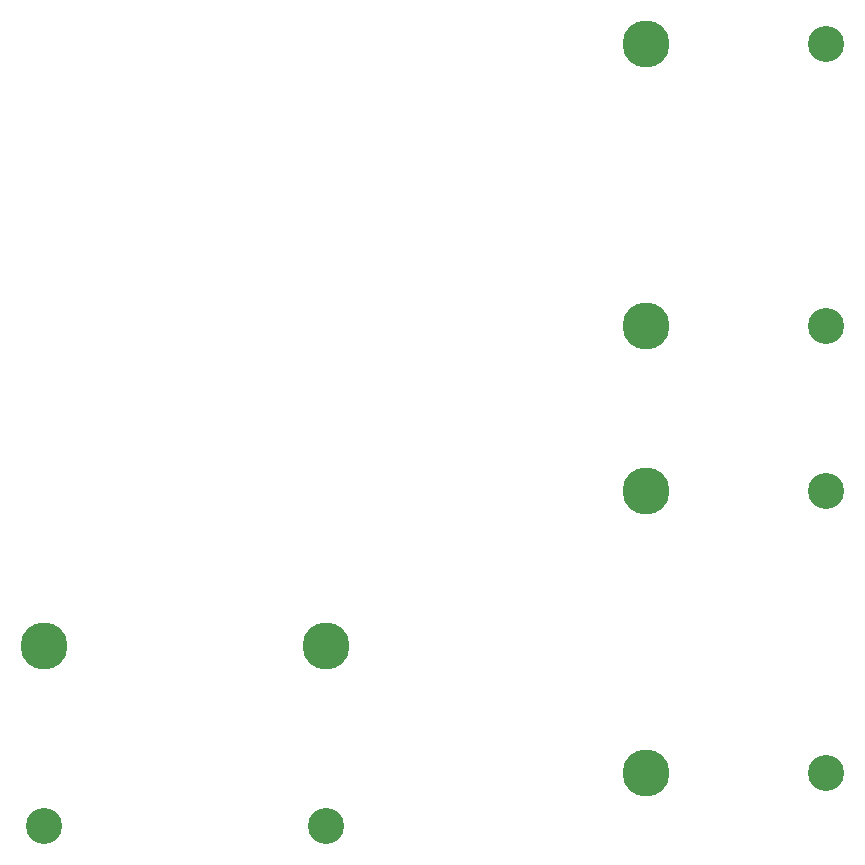
<source format=gbr>
%TF.GenerationSoftware,Altium Limited,Altium Designer,22.7.1 (60)*%
G04 Layer_Color=0*
%FSLAX45Y45*%
%MOMM*%
%TF.SameCoordinates,5A05AA2C-F857-43D8-A6CE-F15CAA79189D*%
%TF.FilePolarity,Positive*%
%TF.FileFunction,NonPlated,1,2,NPTH,Drill*%
%TF.Part,Single*%
G01*
G75*
%TA.AperFunction,ComponentDrill*%
%ADD53C,3.98780*%
%ADD54C,3.04800*%
D53*
X7801530Y6926280D02*
D03*
Y4538680D02*
D03*
Y3141680D02*
D03*
Y754080D02*
D03*
X2702480Y1827230D02*
D03*
X5090080D02*
D03*
D54*
X9325530Y6926280D02*
D03*
Y4538680D02*
D03*
Y3141680D02*
D03*
Y754080D02*
D03*
X2702480Y303230D02*
D03*
X5090080D02*
D03*
%TF.MD5,dd52c774fcc669a838c824b2dc484e55*%
M02*

</source>
